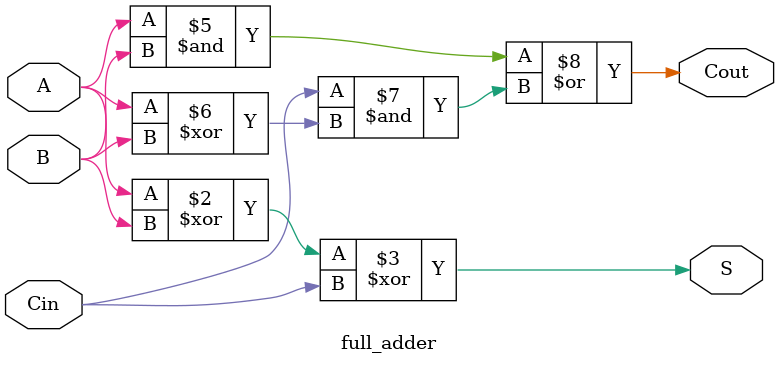
<source format=v>
module full_adder( 
	input wire A, B, Cin,
	output reg S, Cout);

always @ *
 S = (A ^ B) ^ Cin;

always @ *
Cout = (A & B) | (Cin & (A ^ B));
	
	
endmodule

</source>
